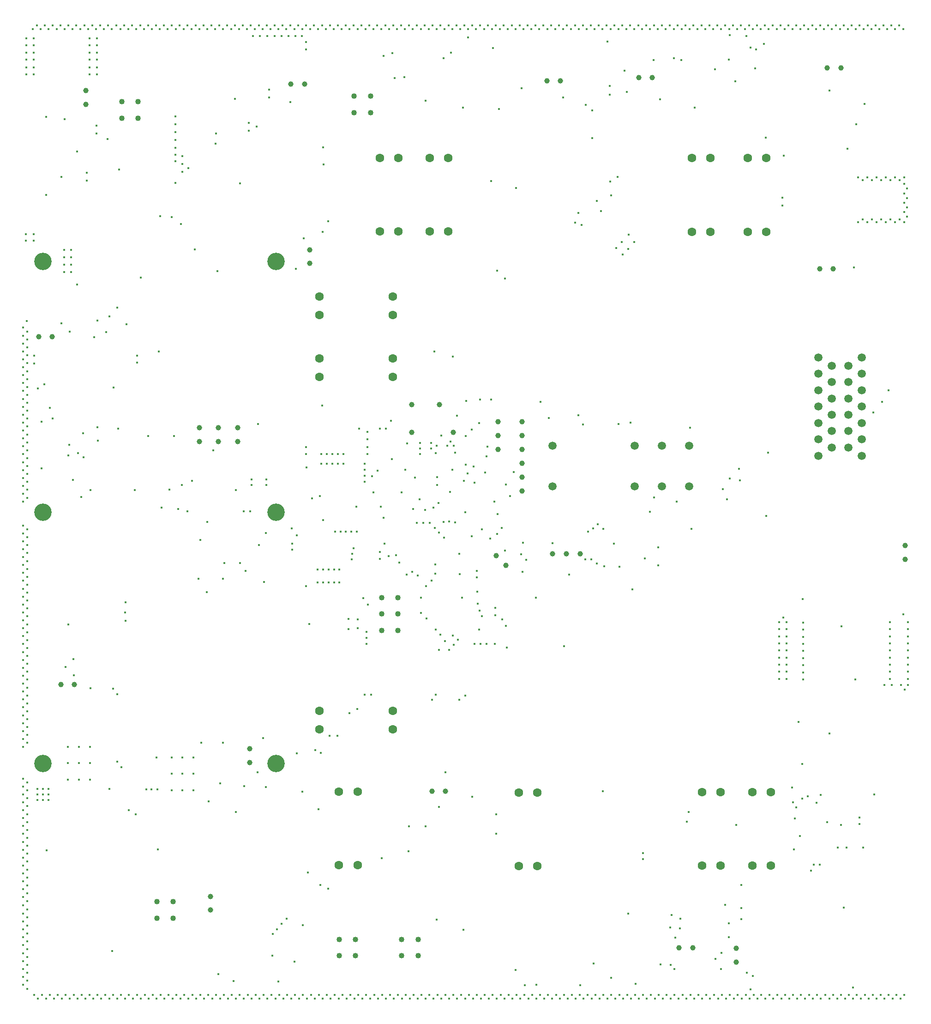
<source format=gbr>
%TF.GenerationSoftware,KiCad,Pcbnew,8.0.5*%
%TF.CreationDate,2025-01-18T20:32:55+01:00*%
%TF.ProjectId,FT25_PDU,46543235-5f50-4445-952e-6b696361645f,V1.2*%
%TF.SameCoordinates,Original*%
%TF.FileFunction,Plated,1,4,PTH,Drill*%
%TF.FilePolarity,Positive*%
%FSLAX46Y46*%
G04 Gerber Fmt 4.6, Leading zero omitted, Abs format (unit mm)*
G04 Created by KiCad (PCBNEW 8.0.5) date 2025-01-18 20:32:55*
%MOMM*%
%LPD*%
G01*
G04 APERTURE LIST*
%TA.AperFunction,ViaDrill*%
%ADD10C,0.400000*%
%TD*%
%TA.AperFunction,ComponentDrill*%
%ADD11C,1.000000*%
%TD*%
%TA.AperFunction,ComponentDrill*%
%ADD12C,1.020000*%
%TD*%
%TA.AperFunction,ComponentDrill*%
%ADD13C,1.500000*%
%TD*%
%TA.AperFunction,ComponentDrill*%
%ADD14C,1.600000*%
%TD*%
%TA.AperFunction,ComponentDrill*%
%ADD15C,3.200000*%
%TD*%
G04 APERTURE END LIST*
D10*
X112811252Y-110225000D03*
X112811252Y-111675000D03*
X112811252Y-113125000D03*
X112811252Y-114575000D03*
X112811252Y-116025001D03*
X112811252Y-118925000D03*
X112811252Y-120375000D03*
X112811252Y-121825000D03*
X112811252Y-123275000D03*
X112811252Y-127625000D03*
X112811252Y-129075000D03*
X112811252Y-130525000D03*
X112811252Y-131975000D03*
X112811252Y-136325000D03*
X112811252Y-137775000D03*
X112811252Y-139225000D03*
X112811252Y-140675000D03*
X112811252Y-146475000D03*
X112811252Y-147925000D03*
X112811252Y-149375000D03*
X112811252Y-153725000D03*
X112811252Y-155175000D03*
X112811252Y-156625000D03*
X112811252Y-158075000D03*
X112811252Y-162425000D03*
X112811252Y-163875000D03*
X112811252Y-165325000D03*
X112811252Y-166775000D03*
X112811252Y-171125000D03*
X112811252Y-172575000D03*
X112811252Y-174025000D03*
X112811252Y-175475000D03*
X112811252Y-179825000D03*
X112811252Y-181275000D03*
X112811252Y-182725000D03*
X112811252Y-184175000D03*
X112811252Y-192875000D03*
X112811252Y-197225000D03*
X112811252Y-198675000D03*
X112811252Y-200125000D03*
X112811252Y-201575000D03*
X112811252Y-205925000D03*
X112811252Y-207375000D03*
X112811252Y-208825000D03*
X112811252Y-210275000D03*
X112811252Y-214625000D03*
X112811252Y-216075000D03*
X112811252Y-220525000D03*
X112811252Y-221975000D03*
X112811252Y-223425000D03*
X112811252Y-224875000D03*
X112811252Y-229225000D03*
X112811252Y-230675000D03*
X112811253Y-117475000D03*
X112811253Y-124725000D03*
X112811253Y-126175000D03*
X112811253Y-133425000D03*
X112811253Y-134875000D03*
X112811253Y-142125000D03*
X112811253Y-150825000D03*
X112811253Y-152275000D03*
X112811253Y-159525000D03*
X112811253Y-160975000D03*
X112811253Y-168225000D03*
X112811253Y-169675000D03*
X112811253Y-176925000D03*
X112811253Y-178375000D03*
X112811253Y-185625000D03*
X112811253Y-187075000D03*
X112811253Y-194325000D03*
X112811253Y-195775000D03*
X112811253Y-203025000D03*
X112811253Y-204475000D03*
X112811253Y-211725000D03*
X112811253Y-213175000D03*
X112811253Y-217625000D03*
X112811253Y-219075000D03*
X112811253Y-226325000D03*
X112811253Y-227775000D03*
X113300000Y-93100000D03*
X113300000Y-94300000D03*
X113400000Y-57200000D03*
X113400000Y-58500000D03*
X113400000Y-59800000D03*
X113400000Y-61100000D03*
X113400000Y-62500000D03*
X113400000Y-63800000D03*
X113460000Y-109000000D03*
X113500000Y-110950000D03*
X113500000Y-112400000D03*
X113500000Y-113850000D03*
X113500000Y-115300000D03*
X113500000Y-116750001D03*
X113500000Y-118199999D03*
X113500000Y-119650000D03*
X113500000Y-121100000D03*
X113500000Y-122550000D03*
X113500000Y-124000000D03*
X113500000Y-125450001D03*
X113500000Y-126899999D03*
X113500000Y-128350000D03*
X113500000Y-129800000D03*
X113500000Y-131250000D03*
X113500000Y-132700000D03*
X113500000Y-134150001D03*
X113500000Y-135599999D03*
X113500000Y-137050000D03*
X113500000Y-138500000D03*
X113500000Y-139950000D03*
X113500000Y-141400000D03*
X113500000Y-147200000D03*
X113500000Y-148650000D03*
X113500000Y-150100000D03*
X113500000Y-151550001D03*
X113500000Y-152999999D03*
X113500000Y-154450000D03*
X113500000Y-155900000D03*
X113500000Y-157350000D03*
X113500000Y-158800000D03*
X113500000Y-160250001D03*
X113500000Y-161700000D03*
X113500000Y-163150000D03*
X113500000Y-164600000D03*
X113500000Y-166050000D03*
X113500000Y-167500000D03*
X113500000Y-168950001D03*
X113500000Y-170400000D03*
X113500000Y-171850000D03*
X113500000Y-173300000D03*
X113500000Y-174750000D03*
X113500000Y-176200000D03*
X113500000Y-177650001D03*
X113500000Y-179100000D03*
X113500000Y-180550000D03*
X113500000Y-182000000D03*
X113500000Y-183450000D03*
X113500000Y-184900000D03*
X113500000Y-186350001D03*
X113500000Y-193600000D03*
X113500000Y-195050001D03*
X113500000Y-196500000D03*
X113500000Y-197950000D03*
X113500000Y-199400000D03*
X113500000Y-200850000D03*
X113500000Y-202300000D03*
X113500000Y-203750001D03*
X113500000Y-205200000D03*
X113500000Y-206600000D03*
X113500000Y-208100000D03*
X113500000Y-209550000D03*
X113500000Y-211000000D03*
X113500000Y-212449999D03*
X113500000Y-213900000D03*
X113500000Y-215350000D03*
X113500000Y-216900000D03*
X113500000Y-218350001D03*
X113500000Y-219800000D03*
X113500000Y-221250000D03*
X113500000Y-222700000D03*
X113500000Y-224150000D03*
X113500000Y-225600000D03*
X113500000Y-227050001D03*
X113500000Y-228500000D03*
X113500000Y-229950000D03*
X113500000Y-231400000D03*
X114575000Y-55488748D03*
X114700000Y-57200000D03*
X114700000Y-58500000D03*
X114700000Y-59800000D03*
X114700000Y-61100000D03*
X114700000Y-62500000D03*
X114700000Y-63800000D03*
X114700000Y-93100000D03*
X114700000Y-94300000D03*
X114800000Y-232500000D03*
X114850000Y-115365000D03*
X114850000Y-116835000D03*
X115300000Y-54800000D03*
X115410000Y-194800000D03*
X115410000Y-195800000D03*
X115410000Y-196800000D03*
X115500000Y-121400000D03*
X115525000Y-233188748D03*
X116025000Y-55488748D03*
X116150000Y-136040000D03*
X116170000Y-127460000D03*
X116250000Y-232500000D03*
X116410000Y-194800000D03*
X116410000Y-195800000D03*
X116410000Y-196800000D03*
X116700000Y-120600008D03*
X116750000Y-54800000D03*
X116975000Y-233188748D03*
X117000000Y-85900000D03*
X117010000Y-71560000D03*
X117100000Y-206000000D03*
X117410000Y-194800000D03*
X117410000Y-195800000D03*
X117410000Y-196800000D03*
X117475000Y-55488748D03*
X117700000Y-124900000D03*
X117700000Y-232500000D03*
X118200000Y-54800000D03*
X118200000Y-126900000D03*
X118425000Y-233188748D03*
X118925000Y-55488747D03*
X119150000Y-232500000D03*
X119650001Y-54800000D03*
X119800000Y-109400000D03*
X119820000Y-82610000D03*
X119875000Y-233188748D03*
X120300000Y-96000000D03*
X120300000Y-97300000D03*
X120300000Y-98700000D03*
X120300000Y-100000000D03*
X120375000Y-55488747D03*
X120380000Y-72000000D03*
X120600000Y-172400000D03*
X120600000Y-232500000D03*
X121020000Y-187060000D03*
X121020000Y-190060000D03*
X121020000Y-193060000D03*
X121096643Y-164655057D03*
X121100000Y-54800000D03*
X121109733Y-133655785D03*
X121220000Y-131730000D03*
X121310000Y-110970000D03*
X121325000Y-233188748D03*
X121600000Y-96000000D03*
X121600000Y-97300000D03*
X121600000Y-98700000D03*
X121600000Y-100000000D03*
X121825000Y-55488748D03*
X121900000Y-138100000D03*
X122026642Y-170965056D03*
X122050000Y-232500000D03*
X122099990Y-173950000D03*
X122550000Y-54800000D03*
X122670000Y-77940000D03*
X122690000Y-102300000D03*
X122775000Y-233188748D03*
X122850000Y-133182169D03*
X123020000Y-187060000D03*
X123020000Y-190060000D03*
X123020000Y-193060000D03*
X123275000Y-55488748D03*
X123475000Y-141300000D03*
X123500000Y-232500000D03*
X123770000Y-129560000D03*
X123900000Y-134000000D03*
X124000000Y-54800000D03*
X124225000Y-233188748D03*
X124500000Y-81800000D03*
X124500000Y-83300000D03*
X124725000Y-55488748D03*
X124950000Y-232500000D03*
X125000000Y-57200000D03*
X125000000Y-58500000D03*
X125000000Y-59800000D03*
X125000000Y-61100000D03*
X125000000Y-62500000D03*
X125000000Y-63800000D03*
X125020000Y-187060000D03*
X125020000Y-190060000D03*
X125020000Y-193060000D03*
X125096643Y-176305057D03*
X125100000Y-140000000D03*
X125450000Y-54800000D03*
X125675000Y-233188748D03*
X125840000Y-111940000D03*
X126175000Y-55488748D03*
X126210000Y-73180000D03*
X126210000Y-74640000D03*
X126300000Y-57200000D03*
X126300000Y-58500000D03*
X126300000Y-59800000D03*
X126300000Y-61100000D03*
X126300000Y-62500000D03*
X126300000Y-63800000D03*
X126400000Y-232500000D03*
X126410000Y-108900000D03*
X126410000Y-128460000D03*
X126500000Y-130900000D03*
X126900000Y-54800000D03*
X127125000Y-233188748D03*
X127625000Y-55488747D03*
X127850000Y-232500000D03*
X128000000Y-111000000D03*
X128310000Y-75640000D03*
X128350001Y-54800000D03*
X128575000Y-233188748D03*
X128580000Y-194790000D03*
X128640000Y-108180000D03*
X129075000Y-55488747D03*
X129100000Y-224500000D03*
X129286643Y-176385057D03*
X129300000Y-232500000D03*
X129400000Y-121200000D03*
X129900000Y-54800000D03*
X130010000Y-177380000D03*
X130025000Y-233188748D03*
X130035000Y-189770000D03*
X130070000Y-106520000D03*
X130209425Y-128709479D03*
X130400000Y-81200000D03*
X130625000Y-55488748D03*
X130750000Y-232500000D03*
X130830000Y-190830000D03*
X131350000Y-54800000D03*
X131475000Y-233188748D03*
X131520000Y-162470000D03*
X131540000Y-160600000D03*
X131540000Y-163930000D03*
X131700000Y-109600000D03*
X132075000Y-55488748D03*
X132190000Y-198700000D03*
X132200000Y-232500000D03*
X132800000Y-54800000D03*
X132925000Y-233188748D03*
X133298000Y-139970000D03*
X133430000Y-199400000D03*
X133525000Y-55488747D03*
X133650000Y-232500000D03*
X133700000Y-115375000D03*
X133700000Y-116600000D03*
X134250001Y-54800000D03*
X134375000Y-233188748D03*
X134400001Y-101079999D03*
X134975000Y-55488747D03*
X135100000Y-232500000D03*
X135350000Y-194860000D03*
X135680000Y-130070000D03*
X135700000Y-54800000D03*
X135825000Y-233188748D03*
X136350000Y-194860000D03*
X136425000Y-55488748D03*
X136550000Y-232500000D03*
X137150000Y-54800000D03*
X137210000Y-189045000D03*
X137275000Y-233188748D03*
X137410000Y-194860000D03*
X137460000Y-205870000D03*
X137690000Y-114580000D03*
X137875000Y-55488748D03*
X137910000Y-89820000D03*
X138000000Y-232500000D03*
X138200000Y-143200000D03*
X138600000Y-54800000D03*
X138725000Y-233188748D03*
X139300000Y-55500000D03*
X139450000Y-232500000D03*
X139600000Y-139900000D03*
X140000000Y-189000000D03*
X140000000Y-192000000D03*
X140000000Y-195000000D03*
X140050000Y-54800000D03*
X140060000Y-89970000D03*
X140175000Y-233188748D03*
X140470000Y-130070000D03*
X140700000Y-71500000D03*
X140700000Y-72950000D03*
X140700000Y-74400000D03*
X140700000Y-75850000D03*
X140700000Y-77300000D03*
X140700000Y-78500000D03*
X140700000Y-79750000D03*
X140700000Y-83700000D03*
X140800000Y-55500000D03*
X140900000Y-232500000D03*
X141200000Y-143500000D03*
X141500000Y-54800000D03*
X141625000Y-233188748D03*
X141750000Y-91230000D03*
X141900000Y-139100000D03*
X142000000Y-78750000D03*
X142000000Y-80200000D03*
X142000000Y-81650000D03*
X142000000Y-189000000D03*
X142000000Y-192000000D03*
X142000000Y-195000000D03*
X142225000Y-55488747D03*
X142350000Y-232500000D03*
X142900000Y-143900000D03*
X142950001Y-54800000D03*
X143050000Y-81000000D03*
X143075000Y-233188748D03*
X143675000Y-55488747D03*
X143800000Y-138300000D03*
X143825000Y-232511252D03*
X144000000Y-189000000D03*
X144000000Y-192000000D03*
X144000000Y-195000000D03*
X144300000Y-95900000D03*
X144400000Y-54800000D03*
X144550000Y-233200000D03*
X144930000Y-156225000D03*
X145125000Y-55488748D03*
X145248008Y-149151992D03*
X145275000Y-232511252D03*
X145438624Y-186269996D03*
X145850000Y-54800000D03*
X146000000Y-233200000D03*
X146500000Y-158700000D03*
X146575000Y-55488748D03*
X146600000Y-145800000D03*
X146725000Y-232511252D03*
X146800000Y-197100000D03*
X147300000Y-54800000D03*
X147450000Y-233200000D03*
X147700000Y-132700000D03*
X148025000Y-55488748D03*
X148060000Y-76510000D03*
X148175000Y-232511252D03*
X148200000Y-74600000D03*
X148400000Y-99900000D03*
X148600000Y-228700000D03*
X148750000Y-54800000D03*
X148900000Y-233200000D03*
X148960000Y-193750000D03*
X149400000Y-156225000D03*
X149450000Y-186282143D03*
X149475000Y-55488748D03*
X149625000Y-232511252D03*
X149700000Y-153400000D03*
X150200000Y-54800000D03*
X150350000Y-233200000D03*
X150925000Y-55488747D03*
X151075000Y-232511252D03*
X151402000Y-229980000D03*
X151600000Y-68300000D03*
X151650001Y-54800000D03*
X151800000Y-140000000D03*
X151800000Y-199000000D03*
X151800000Y-233200000D03*
X152375000Y-55488747D03*
X152525000Y-232511252D03*
X152590000Y-83790000D03*
X152590000Y-153380000D03*
X153100000Y-54800000D03*
X153250000Y-233200000D03*
X153255000Y-143865000D03*
X153301992Y-194298008D03*
X153590000Y-154850000D03*
X153825000Y-55488748D03*
X153975000Y-232511252D03*
X154200000Y-72700000D03*
X154200000Y-74100000D03*
X154425000Y-143860000D03*
X154550000Y-54800000D03*
X154700000Y-138049997D03*
X154700000Y-139100000D03*
X154700000Y-233200000D03*
X154900000Y-56750000D03*
X155275000Y-55488748D03*
X155425000Y-232511252D03*
X155620000Y-73390000D03*
X155805000Y-191700000D03*
X155900000Y-127900000D03*
X156000000Y-54800000D03*
X156030000Y-150040000D03*
X156150000Y-233200000D03*
X156200000Y-56750000D03*
X156725000Y-55488748D03*
X156800000Y-185450000D03*
X156875000Y-232511252D03*
X157000000Y-156825000D03*
X157300000Y-147900000D03*
X157300000Y-194400000D03*
X157374997Y-138074989D03*
X157400000Y-139100000D03*
X157450000Y-54800000D03*
X157550000Y-56750000D03*
X157600000Y-233200000D03*
X157865000Y-68065000D03*
X157895000Y-66595000D03*
X158175000Y-55488748D03*
X158325000Y-232511252D03*
X158500000Y-225300000D03*
X158600000Y-221350000D03*
X158900000Y-54800000D03*
X158900000Y-56750000D03*
X159050000Y-233200000D03*
X159350000Y-220500000D03*
X159600000Y-230100000D03*
X159625000Y-55488747D03*
X159775000Y-232511252D03*
X160200000Y-56750000D03*
X160220000Y-219510000D03*
X160349999Y-54800000D03*
X160500000Y-233200000D03*
X161075000Y-55488747D03*
X161120000Y-218550000D03*
X161225000Y-232511252D03*
X161500000Y-56750000D03*
X161800000Y-54800000D03*
X161800000Y-68900000D03*
X161950000Y-233200000D03*
X162039380Y-146994046D03*
X162100000Y-149849997D03*
X162100000Y-150900000D03*
X162525000Y-55488748D03*
X162600000Y-226400000D03*
X162675000Y-232511252D03*
X162700000Y-56750000D03*
X162830000Y-99440000D03*
X162950000Y-188250000D03*
X162999999Y-148299999D03*
X163250000Y-54800000D03*
X163400000Y-233200000D03*
X163950000Y-56750000D03*
X163975000Y-55488748D03*
X164010000Y-195260000D03*
X164060000Y-219720000D03*
X164125000Y-232511252D03*
X164250000Y-93870000D03*
X164640000Y-133350000D03*
X164650000Y-57900000D03*
X164650000Y-59200000D03*
X164660000Y-132100000D03*
X164699992Y-157600000D03*
X164700000Y-54800000D03*
X164730000Y-135850000D03*
X164850000Y-233200000D03*
X165025000Y-210100000D03*
X165250000Y-164525000D03*
X165425000Y-55488748D03*
X165575000Y-232511252D03*
X165800000Y-141500000D03*
X166150000Y-54800000D03*
X166300000Y-233200000D03*
X166400000Y-187700000D03*
X166800000Y-154600000D03*
X166800000Y-156900000D03*
X166875000Y-55488748D03*
X166975000Y-198520000D03*
X167025000Y-232511252D03*
X167200000Y-141100000D03*
X167300000Y-212400000D03*
X167400000Y-188200000D03*
X167500000Y-133400000D03*
X167500000Y-135200000D03*
X167600000Y-54800000D03*
X167600000Y-124500000D03*
X167700000Y-92700000D03*
X167750000Y-233200000D03*
X167800000Y-77200000D03*
X167800000Y-145500000D03*
X167800000Y-154600000D03*
X167800000Y-156900000D03*
X167870000Y-80280000D03*
X168325000Y-55488747D03*
X168475000Y-232511252D03*
X168500000Y-133400000D03*
X168500000Y-135200000D03*
X168746017Y-213092734D03*
X168750000Y-90690000D03*
X168800000Y-154600000D03*
X168800000Y-156900000D03*
X169000000Y-185000000D03*
X169049999Y-54800000D03*
X169200000Y-233200000D03*
X169500000Y-133400000D03*
X169500000Y-135200000D03*
X169775000Y-55488747D03*
X169800000Y-154600000D03*
X169800000Y-156900000D03*
X169925000Y-232511252D03*
X170000000Y-147600000D03*
X170399993Y-185000007D03*
X170500000Y-54800000D03*
X170500000Y-133400000D03*
X170500000Y-135200000D03*
X170650000Y-233200000D03*
X170800000Y-154600000D03*
X170800000Y-156900000D03*
X171000000Y-147600000D03*
X171225000Y-55488748D03*
X171375000Y-232511252D03*
X171500000Y-133400000D03*
X171500000Y-135200000D03*
X171950000Y-54800000D03*
X172000000Y-147600000D03*
X172100000Y-233200000D03*
X172500000Y-163600002D03*
X172500010Y-165500000D03*
X172600000Y-180900000D03*
X172675000Y-55488748D03*
X172825000Y-232511252D03*
X173000000Y-147600000D03*
X173100000Y-152700000D03*
X173178100Y-151701287D03*
X173400000Y-54800000D03*
X173400000Y-150675000D03*
X173550000Y-233200000D03*
X173900000Y-143025000D03*
X174000000Y-147600000D03*
X174098008Y-180098008D03*
X174125000Y-55488748D03*
X174200000Y-163700000D03*
X174200000Y-165300000D03*
X174275000Y-232511252D03*
X174400000Y-128700000D03*
X174850000Y-54800000D03*
X175000000Y-233200000D03*
X175200000Y-159800000D03*
X175399996Y-177500000D03*
X175400000Y-135200000D03*
X175400000Y-136300000D03*
X175400000Y-137400000D03*
X175400000Y-138500000D03*
X175575000Y-55488748D03*
X175725000Y-232511252D03*
X175800000Y-166000000D03*
X175800000Y-167100000D03*
X175800000Y-168200000D03*
X175900000Y-129300000D03*
X175900000Y-130700000D03*
X175900000Y-132100000D03*
X175900000Y-133400000D03*
X176000000Y-161000000D03*
X176300000Y-54800000D03*
X176450000Y-233200000D03*
X176600000Y-177500000D03*
X176810000Y-137470000D03*
X176999996Y-140400000D03*
X177025000Y-55488747D03*
X177175000Y-232511252D03*
X177749999Y-54800000D03*
X177810000Y-136460000D03*
X177900000Y-233200000D03*
X178200000Y-128700000D03*
X178200000Y-151300000D03*
X178251992Y-152651992D03*
X178400000Y-143025000D03*
X178475000Y-55488747D03*
X178600000Y-207500000D03*
X178625000Y-232511252D03*
X178900000Y-60400000D03*
X178939693Y-145064290D03*
X179087574Y-149787575D03*
X179200000Y-54800000D03*
X179300000Y-128700000D03*
X179350000Y-233200000D03*
X179800000Y-152100000D03*
X179925000Y-55488748D03*
X180075000Y-232511252D03*
X180280000Y-127280000D03*
X180400000Y-134300000D03*
X180473008Y-59923008D03*
X180650000Y-54800000D03*
X180800000Y-233200000D03*
X180950000Y-64500000D03*
X181168421Y-151900000D03*
X181375000Y-55488748D03*
X181525000Y-232511252D03*
X181800000Y-153300000D03*
X182100000Y-54800000D03*
X182200000Y-140400000D03*
X182250000Y-233200000D03*
X182700000Y-64300000D03*
X182825000Y-55488748D03*
X182908899Y-136275000D03*
X182975000Y-232511252D03*
X183096519Y-155468306D03*
X183211202Y-131475000D03*
X183500000Y-206170000D03*
X183520000Y-201650000D03*
X183550000Y-54800000D03*
X183700000Y-233200000D03*
X184185866Y-155015354D03*
X184275000Y-55488748D03*
X184300000Y-143500000D03*
X184425000Y-232511252D03*
X184700000Y-137700000D03*
X185000000Y-54800000D03*
X185000000Y-146000000D03*
X185150000Y-233200000D03*
X185171992Y-155668008D03*
X185500000Y-141700000D03*
X185600000Y-131400000D03*
X185600000Y-132400000D03*
X185600000Y-133400000D03*
X185725000Y-55488747D03*
X185800000Y-159700000D03*
X185800000Y-162500000D03*
X185875000Y-232511252D03*
X186200000Y-146000000D03*
X186449999Y-54800000D03*
X186500000Y-143600000D03*
X186600000Y-201600000D03*
X186600000Y-233200000D03*
X186625001Y-68655025D03*
X186700000Y-157600000D03*
X186800000Y-163500000D03*
X187175000Y-55488747D03*
X187325000Y-232511252D03*
X187400000Y-146000000D03*
X187600000Y-131400000D03*
X187600000Y-132400000D03*
X187739097Y-156575000D03*
X187800000Y-178400000D03*
X187900000Y-54800000D03*
X188050000Y-233200000D03*
X188070107Y-143211227D03*
X188200000Y-114600000D03*
X188300000Y-146900000D03*
X188399998Y-155300000D03*
X188400000Y-153650000D03*
X188499994Y-133200000D03*
X188500000Y-165600000D03*
X188500000Y-177500000D03*
X188600000Y-131900000D03*
X188600000Y-218700000D03*
X188625000Y-55488748D03*
X188710000Y-139040000D03*
X188725000Y-137630000D03*
X188775000Y-232511252D03*
X189000000Y-142375000D03*
X189060000Y-198100000D03*
X189100000Y-147800000D03*
X189100000Y-169300000D03*
X189300000Y-166500000D03*
X189350000Y-54800000D03*
X189500000Y-130000004D03*
X189500000Y-233200000D03*
X189900000Y-60800000D03*
X189911324Y-145800714D03*
X190000000Y-148700000D03*
X190075000Y-55488748D03*
X190200004Y-167650000D03*
X190225000Y-232511252D03*
X190250000Y-191750000D03*
X190600000Y-131900000D03*
X190800000Y-54800000D03*
X190900000Y-169300000D03*
X190950000Y-233200000D03*
X190961292Y-145792265D03*
X191099997Y-140299997D03*
X191200000Y-131100000D03*
X191260000Y-59820000D03*
X191500000Y-136300000D03*
X191525000Y-55488748D03*
X191600000Y-115500000D03*
X191600000Y-166700000D03*
X191675000Y-232511252D03*
X191800000Y-131900000D03*
X191800000Y-168400000D03*
X192007326Y-145883469D03*
X192025000Y-133155564D03*
X192250000Y-54800000D03*
X192400000Y-126400000D03*
X192400000Y-233200000D03*
X192500000Y-167400000D03*
X192800000Y-178475000D03*
X192817991Y-151682009D03*
X192829810Y-155370190D03*
X192975000Y-55488748D03*
X193125000Y-232511252D03*
X193300000Y-159700000D03*
X193500000Y-69900000D03*
X193560000Y-220630000D03*
X193600000Y-138300000D03*
X193700000Y-54800000D03*
X193850000Y-233200000D03*
X193900000Y-144100000D03*
X193900000Y-177700000D03*
X193990000Y-135364382D03*
X194000000Y-130100000D03*
X194062314Y-123660425D03*
X194349996Y-136949996D03*
X194400004Y-57000000D03*
X194425000Y-55488747D03*
X194575000Y-232511252D03*
X195100000Y-128900000D03*
X195112500Y-148487500D03*
X195149999Y-54800000D03*
X195170000Y-196200000D03*
X195300000Y-233200000D03*
X195400000Y-135700000D03*
X195600000Y-138600000D03*
X195600000Y-168200000D03*
X195875000Y-55488747D03*
X195967991Y-154832009D03*
X196000000Y-156000000D03*
X196025000Y-232511252D03*
X196079810Y-158620190D03*
X196133795Y-160866207D03*
X196400000Y-127700000D03*
X196450000Y-165550000D03*
X196500000Y-162121928D03*
X196600000Y-54800000D03*
X196600000Y-123425000D03*
X196650000Y-168210000D03*
X196750000Y-233200000D03*
X196899966Y-163092769D03*
X196900000Y-147200000D03*
X197325000Y-55488748D03*
X197475000Y-232511252D03*
X197500000Y-136800000D03*
X197760000Y-168210000D03*
X197780000Y-133810000D03*
X197930000Y-132070000D03*
X198050000Y-54800000D03*
X198200000Y-233200000D03*
X198500000Y-148900000D03*
X198600000Y-123425000D03*
X198670000Y-83370000D03*
X198775000Y-55488748D03*
X198925000Y-232511252D03*
X198981636Y-58948364D03*
X199250000Y-142110000D03*
X199325000Y-168210000D03*
X199400000Y-161600000D03*
X199400000Y-162900000D03*
X199500000Y-54800000D03*
X199550000Y-202990000D03*
X199570000Y-199410000D03*
X199650000Y-233200000D03*
X199700000Y-148000000D03*
X199750000Y-99750000D03*
X199790000Y-144420000D03*
X200039140Y-70112341D03*
X200225000Y-55488748D03*
X200375000Y-232511252D03*
X200540000Y-146910000D03*
X200700008Y-163700000D03*
X200950000Y-54800000D03*
X201100000Y-233200000D03*
X201199997Y-101199997D03*
X201200000Y-151100000D03*
X201326447Y-164859505D03*
X201379994Y-139000000D03*
X201500000Y-168850000D03*
X201675000Y-55488748D03*
X201825000Y-232511252D03*
X202070000Y-141100000D03*
X202400000Y-54800000D03*
X202550000Y-233200000D03*
X202800000Y-136700000D03*
X203100000Y-228000000D03*
X203125000Y-55488747D03*
X203200000Y-84600000D03*
X203275000Y-232511252D03*
X203849999Y-54800000D03*
X204000000Y-233200000D03*
X204100000Y-151800000D03*
X204200000Y-66300000D03*
X204400000Y-155000000D03*
X204430000Y-149675000D03*
X204575000Y-55488747D03*
X204725000Y-232511252D03*
X204800000Y-230800000D03*
X205100000Y-152800000D03*
X205300000Y-54800000D03*
X205450000Y-233200000D03*
X206025000Y-55488748D03*
X206175000Y-232511252D03*
X206750000Y-54800000D03*
X206800000Y-159700000D03*
X206900000Y-233200000D03*
X206909008Y-230687008D03*
X207475000Y-55488748D03*
X207625000Y-232511252D03*
X207700000Y-123800000D03*
X208200000Y-54800000D03*
X208350000Y-233200000D03*
X208925000Y-55488748D03*
X209075000Y-232511252D03*
X209200000Y-126800000D03*
X209650000Y-54800000D03*
X209800000Y-233200000D03*
X209900000Y-149700000D03*
X210375000Y-55488748D03*
X210525000Y-232511252D03*
X211100001Y-54800000D03*
X211250000Y-233200000D03*
X211825000Y-55488747D03*
X211859140Y-68032341D03*
X211975000Y-232511252D03*
X212000000Y-168600000D03*
X212549999Y-54800000D03*
X212700000Y-233200000D03*
X212900000Y-155475000D03*
X213275000Y-55488747D03*
X213425000Y-232511252D03*
X214000000Y-54800000D03*
X214000000Y-91000000D03*
X214150000Y-233200000D03*
X214590000Y-126320000D03*
X214599998Y-89200002D03*
X214725000Y-55488748D03*
X214875000Y-232511252D03*
X215000000Y-230800000D03*
X215200000Y-91400000D03*
X215450000Y-54800000D03*
X215500000Y-128000000D03*
X215600000Y-233200000D03*
X215942925Y-152674563D03*
X216000000Y-69400000D03*
X216175000Y-55488748D03*
X216325000Y-232511252D03*
X216400000Y-147600000D03*
X216900000Y-54800000D03*
X216989289Y-152725000D03*
X217050000Y-233200000D03*
X217160000Y-70370000D03*
X217160000Y-75500000D03*
X217300000Y-147000000D03*
X217427008Y-226775000D03*
X217625000Y-55488748D03*
X217775000Y-232511252D03*
X218000000Y-87000000D03*
X218000000Y-153500000D03*
X218200000Y-146300000D03*
X218350000Y-54800000D03*
X218500000Y-233200000D03*
X218798012Y-88898004D03*
X219075000Y-55488748D03*
X219100000Y-195200000D03*
X219200000Y-147075000D03*
X219225000Y-232511252D03*
X219340589Y-153966688D03*
X219800001Y-54800000D03*
X219930909Y-57790001D03*
X219950000Y-233200000D03*
X220400000Y-65900000D03*
X220400000Y-67500000D03*
X220500000Y-83399996D03*
X220525000Y-55488747D03*
X220600000Y-86000000D03*
X220600000Y-229400000D03*
X220675000Y-232511252D03*
X221190000Y-149810000D03*
X221249999Y-54800000D03*
X221400000Y-233200000D03*
X221600000Y-95600000D03*
X221820000Y-82600000D03*
X221975000Y-55488747D03*
X222000000Y-127899960D03*
X222125000Y-232511252D03*
X222170599Y-154075000D03*
X222600000Y-94500000D03*
X222700000Y-54800000D03*
X222800000Y-96800000D03*
X222850000Y-233200000D03*
X223100000Y-63100000D03*
X223425000Y-55488748D03*
X223500000Y-67000000D03*
X223575000Y-232511252D03*
X223800000Y-95800000D03*
X223800000Y-217600000D03*
X223901000Y-93200000D03*
X224150000Y-54800000D03*
X224200000Y-127600000D03*
X224300000Y-233200000D03*
X224500000Y-158200000D03*
X224875000Y-55488748D03*
X224900000Y-94500000D03*
X225025000Y-232511252D03*
X225100008Y-230500000D03*
X225600000Y-54800000D03*
X225750000Y-233200000D03*
X226325000Y-55488748D03*
X226460000Y-206550000D03*
X226460000Y-207680000D03*
X226475000Y-232511252D03*
X226800000Y-152500000D03*
X227050000Y-54800000D03*
X227200000Y-233200000D03*
X227750000Y-144000000D03*
X227775000Y-55488748D03*
X227925000Y-232511252D03*
X228400000Y-61200000D03*
X228500001Y-54800000D03*
X228550378Y-141349621D03*
X228650000Y-233200000D03*
X229225000Y-55488747D03*
X229300000Y-150500000D03*
X229300000Y-153800000D03*
X229375000Y-232511252D03*
X229640000Y-68380000D03*
X229706522Y-226989502D03*
X229949999Y-54800000D03*
X230100000Y-233200000D03*
X230675000Y-55488747D03*
X230825000Y-232511252D03*
X231400000Y-54800000D03*
X231500000Y-220200000D03*
X231550000Y-227000000D03*
X231550000Y-233200000D03*
X231775000Y-217920000D03*
X232125000Y-55488748D03*
X232150001Y-60800000D03*
X232238147Y-227775000D03*
X232275000Y-232511252D03*
X232400000Y-222000000D03*
X232700000Y-142100000D03*
X232850000Y-54800000D03*
X233000000Y-233200000D03*
X233278008Y-220361992D03*
X233360000Y-218530000D03*
X233500000Y-61200000D03*
X233575000Y-55488748D03*
X233725000Y-232511252D03*
X234300000Y-54800000D03*
X234450000Y-233200000D03*
X234500000Y-200750000D03*
X234852089Y-199006073D03*
X235025000Y-55488748D03*
X235100000Y-128600000D03*
X235175000Y-232511252D03*
X235375000Y-147075000D03*
X235750000Y-54800000D03*
X235900000Y-233200000D03*
X235970000Y-69880000D03*
X236475000Y-55488748D03*
X236625000Y-232511252D03*
X237200001Y-54800000D03*
X237350000Y-233200000D03*
X237925000Y-55488747D03*
X238075000Y-232511252D03*
X238649999Y-54800000D03*
X238800000Y-233200000D03*
X239375000Y-55488747D03*
X239525000Y-232511252D03*
X239700000Y-62900000D03*
X239750000Y-225950000D03*
X240100000Y-54800000D03*
X240250000Y-233200000D03*
X240800000Y-227800000D03*
X240825000Y-55488748D03*
X240850000Y-224850000D03*
X240975000Y-232511252D03*
X241100000Y-139800000D03*
X241550000Y-54800000D03*
X241590000Y-216010000D03*
X241700000Y-233200000D03*
X241901041Y-141700000D03*
X242201992Y-61125000D03*
X242230000Y-221970000D03*
X242250000Y-219380000D03*
X242275000Y-55488748D03*
X242400001Y-56600000D03*
X242425000Y-137881802D03*
X242425000Y-232511252D03*
X243000000Y-54800000D03*
X243150000Y-233200000D03*
X243400000Y-65100000D03*
X243620000Y-201400000D03*
X243725000Y-55488748D03*
X243875000Y-232511252D03*
X244100000Y-136100000D03*
X244266563Y-138250000D03*
X244450000Y-54800000D03*
X244480000Y-218640000D03*
X244490000Y-216660000D03*
X244500000Y-212400000D03*
X244600000Y-233200000D03*
X245175000Y-55488748D03*
X245325000Y-232511252D03*
X245425000Y-56774999D03*
X245500000Y-228500000D03*
X245925000Y-54811252D03*
X246050000Y-233200000D03*
X246200000Y-58900000D03*
X246200000Y-231500000D03*
X246600000Y-229100000D03*
X246650000Y-55500000D03*
X246775000Y-232511252D03*
X247030000Y-62725000D03*
X247207740Y-59194900D03*
X247375000Y-54811251D03*
X247500000Y-233200000D03*
X248100000Y-55500000D03*
X248182028Y-232500000D03*
X248700000Y-58200000D03*
X248825000Y-54811251D03*
X248950000Y-233200000D03*
X249000000Y-75400000D03*
X249100000Y-144700000D03*
X249400000Y-133100000D03*
X249550000Y-55500000D03*
X249700000Y-232500000D03*
X250275000Y-54811252D03*
X250400000Y-233200000D03*
X251000000Y-55500000D03*
X251125000Y-232511252D03*
X251500000Y-164200000D03*
X251500000Y-165500000D03*
X251500000Y-166800000D03*
X251500000Y-168100000D03*
X251500000Y-169400000D03*
X251500000Y-170700000D03*
X251500000Y-172000000D03*
X251500000Y-173300000D03*
X251500000Y-174600000D03*
X251725000Y-54811252D03*
X251850000Y-233200000D03*
X252050000Y-86400000D03*
X252050000Y-87800000D03*
X252200000Y-163399996D03*
X252300000Y-78700000D03*
X252450000Y-55500000D03*
X252575000Y-232511252D03*
X252800000Y-164200000D03*
X252800000Y-165500000D03*
X252800000Y-166800000D03*
X252800000Y-168100000D03*
X252800000Y-169400000D03*
X252800000Y-170700000D03*
X252800000Y-172000000D03*
X252800000Y-173300000D03*
X252800000Y-174600000D03*
X253175000Y-54811252D03*
X253300000Y-233200000D03*
X253840000Y-194520000D03*
X253900000Y-55500000D03*
X253979994Y-197260000D03*
X254025000Y-232511252D03*
X254200000Y-205900000D03*
X254325000Y-200207326D03*
X254600000Y-198200000D03*
X254625000Y-54811252D03*
X254750000Y-233200000D03*
X255050000Y-182480000D03*
X255264720Y-203443899D03*
X255350000Y-55500000D03*
X255475000Y-232511252D03*
X255670000Y-190200000D03*
X255680000Y-196580000D03*
X255800014Y-160000000D03*
X255900000Y-164300000D03*
X255900000Y-165600000D03*
X255900000Y-166900000D03*
X255900000Y-168200000D03*
X255900000Y-169500000D03*
X255900000Y-170800000D03*
X255900000Y-172100000D03*
X255900000Y-173400000D03*
X255900000Y-174700000D03*
X256075000Y-54811251D03*
X256200000Y-233200000D03*
X256690000Y-196100000D03*
X256800000Y-55500000D03*
X256925000Y-232511252D03*
X257310000Y-209720000D03*
X257525000Y-54811251D03*
X257650000Y-233200000D03*
X257800000Y-208700000D03*
X258250000Y-55500000D03*
X258320002Y-197355000D03*
X258375000Y-232511252D03*
X258900000Y-208700000D03*
X258975000Y-54811252D03*
X259100000Y-233200000D03*
X259120002Y-195860000D03*
X259700000Y-55500000D03*
X259925000Y-232511252D03*
X260240000Y-200890000D03*
X260425000Y-54811252D03*
X260650000Y-233200000D03*
X260670000Y-184630000D03*
X260700000Y-66800000D03*
X261150000Y-55500000D03*
X261375000Y-232511252D03*
X261875000Y-54811252D03*
X262100000Y-233200000D03*
X262240000Y-205570000D03*
X262600000Y-55500000D03*
X262820000Y-201410000D03*
X262825000Y-232511252D03*
X262900000Y-165000000D03*
X263300000Y-216500000D03*
X263325000Y-54811252D03*
X263550000Y-233200000D03*
X263800000Y-205500000D03*
X264000000Y-77400000D03*
X264050000Y-55500000D03*
X264275000Y-232511252D03*
X264775000Y-54811251D03*
X265000000Y-231200000D03*
X265000000Y-233200000D03*
X265200000Y-99200000D03*
X265400000Y-174700000D03*
X265500000Y-55500000D03*
X265600000Y-72900000D03*
X265725000Y-232511252D03*
X265899999Y-90900000D03*
X265900000Y-82700000D03*
X266180000Y-200010000D03*
X266200000Y-201200000D03*
X266225000Y-54811251D03*
X266450000Y-233200000D03*
X266750000Y-83226782D03*
X266750000Y-90373218D03*
X266900000Y-205500000D03*
X266950000Y-55500000D03*
X267082501Y-69210000D03*
X267175000Y-232511252D03*
X267600000Y-82700000D03*
X267600000Y-90900000D03*
X267675000Y-54811252D03*
X267900000Y-233200000D03*
X268400000Y-55500000D03*
X268450000Y-83226782D03*
X268450000Y-90373218D03*
X268625000Y-232511252D03*
X268700000Y-125800000D03*
X268900000Y-195800000D03*
X269125000Y-54811252D03*
X269299999Y-90900000D03*
X269300000Y-82700000D03*
X269350000Y-233200000D03*
X269850000Y-55500000D03*
X270075000Y-232511252D03*
X270150000Y-83226782D03*
X270150000Y-90373218D03*
X270299996Y-123800000D03*
X270575000Y-54811252D03*
X270800000Y-175700000D03*
X270800000Y-233200000D03*
X271000000Y-82700000D03*
X271000000Y-90900000D03*
X271300000Y-55500000D03*
X271500000Y-121699968D03*
X271525000Y-232511252D03*
X271800000Y-164200000D03*
X271800000Y-165500000D03*
X271800000Y-166800000D03*
X271800000Y-168100000D03*
X271800000Y-169400000D03*
X271800000Y-170700000D03*
X271800000Y-172000000D03*
X271800000Y-173300000D03*
X271800000Y-174600000D03*
X271850000Y-83226782D03*
X271850000Y-90373218D03*
X272025000Y-54811252D03*
X272100000Y-175700000D03*
X272250000Y-233200000D03*
X272699999Y-90900000D03*
X272700000Y-82700000D03*
X272750000Y-55500000D03*
X272975000Y-232511252D03*
X273475000Y-54811251D03*
X273550000Y-83226782D03*
X273550000Y-90373218D03*
X273700000Y-233200000D03*
X273800000Y-175699998D03*
X274200000Y-55500000D03*
X274200000Y-162800000D03*
X274400000Y-82700000D03*
X274400000Y-83899999D03*
X274400000Y-85600000D03*
X274400000Y-87299999D03*
X274400000Y-89000000D03*
X274400000Y-90900000D03*
X274425000Y-232511252D03*
X274500000Y-176600000D03*
X274926782Y-84750000D03*
X274926782Y-86450000D03*
X274926782Y-88150000D03*
X274926782Y-89850000D03*
X275100000Y-164200000D03*
X275100000Y-165500000D03*
X275100000Y-166800000D03*
X275100000Y-168100000D03*
X275100000Y-169400000D03*
X275100000Y-170700000D03*
X275100000Y-172000000D03*
X275100000Y-173300000D03*
X275100000Y-174600000D03*
X275100000Y-175700000D03*
D11*
%TO.C,TP7*%
X115640000Y-111860000D03*
X118140000Y-111860000D03*
%TO.C,TP8*%
X119700000Y-175640000D03*
X122200000Y-175640000D03*
%TO.C,TP19*%
X124290000Y-66770000D03*
X124290000Y-69270000D03*
%TO.C,TP16*%
X145120000Y-128600000D03*
X145120000Y-131100000D03*
%TO.C,TP13*%
X147190001Y-214490000D03*
X147190001Y-216990000D03*
%TO.C,TP15*%
X148620000Y-128600000D03*
X148620000Y-131100000D03*
%TO.C,TP17*%
X152120000Y-128600000D03*
X152120000Y-131100000D03*
%TO.C,TP6*%
X154370000Y-187430000D03*
X154370000Y-189930000D03*
%TO.C,TP18*%
X161920000Y-65550000D03*
X164420000Y-65550000D03*
%TO.C,TP2*%
X165320000Y-95960000D03*
X165320000Y-98460000D03*
%TO.C,K2*%
X184050000Y-124340000D03*
X184050000Y-129420000D03*
%TO.C,TP5*%
X187750000Y-195230000D03*
%TO.C,K2*%
X189130000Y-124340000D03*
%TO.C,TP5*%
X190250000Y-195230000D03*
%TO.C,K2*%
X191670000Y-129420000D03*
%TO.C,TP11*%
X199560553Y-152033274D03*
%TO.C,J2*%
X199865000Y-127465000D03*
X199865000Y-130005000D03*
X199865000Y-132545000D03*
%TO.C,TP11*%
X201328320Y-153801041D03*
%TO.C,J4*%
X204285000Y-127465000D03*
X204285000Y-130005000D03*
X204285000Y-132545000D03*
X204285000Y-135085000D03*
X204285000Y-137625000D03*
X204285000Y-140165000D03*
%TO.C,TP12*%
X208839141Y-64992342D03*
%TO.C,U11*%
X209860000Y-151720000D03*
%TO.C,TP12*%
X211339141Y-64992342D03*
%TO.C,U11*%
X212400000Y-151720000D03*
X214940000Y-151720000D03*
%TO.C,TP3*%
X225680001Y-64350000D03*
X228180001Y-64350000D03*
%TO.C,TP10*%
X233090000Y-223860000D03*
X235590000Y-223860000D03*
%TO.C,TP1*%
X243620000Y-224000000D03*
X243620000Y-226500000D03*
%TO.C,TP14*%
X258880000Y-99440000D03*
%TO.C,TP4*%
X260299999Y-62600000D03*
%TO.C,TP14*%
X261380000Y-99440000D03*
%TO.C,TP4*%
X262799999Y-62600000D03*
%TO.C,TP9*%
X274570000Y-150180000D03*
X274570000Y-152680000D03*
D12*
%TO.C,J9*%
X130879500Y-68825800D03*
X130879500Y-71825800D03*
X133879500Y-68825800D03*
X133879500Y-71825800D03*
%TO.C,J11*%
X137324000Y-215474200D03*
X137324000Y-218474200D03*
X140324000Y-215474200D03*
X140324000Y-218474200D03*
%TO.C,J1*%
X170750000Y-222364200D03*
X170750000Y-225364200D03*
%TO.C,J5*%
X173505000Y-67795000D03*
X173505000Y-70795000D03*
%TO.C,J1*%
X173750000Y-222364200D03*
X173750000Y-225364200D03*
%TO.C,J5*%
X176505000Y-67795000D03*
X176505000Y-70795000D03*
%TO.C,J7*%
X178535000Y-159725000D03*
X178535000Y-162725000D03*
X178535000Y-165725000D03*
X181535000Y-159725000D03*
X181535000Y-162725000D03*
X181535000Y-165725000D03*
%TO.C,J3*%
X182234201Y-222361500D03*
X182234201Y-225361500D03*
X185234201Y-222361500D03*
X185234201Y-225361500D03*
D13*
%TO.C,K1*%
X209929411Y-131855000D03*
X209929411Y-139355000D03*
X224929411Y-131855000D03*
X224929411Y-139355000D03*
X229929411Y-131855000D03*
X229929411Y-139355000D03*
X234929411Y-131855000D03*
X234929411Y-139355000D03*
%TO.C,J10*%
X258650000Y-115700000D03*
X258650000Y-118700000D03*
X258650000Y-121700000D03*
X258650000Y-124700000D03*
X258650000Y-127700000D03*
X258650000Y-130700000D03*
X258650000Y-133700000D03*
X261150000Y-117200000D03*
X261150000Y-120200000D03*
X261150000Y-123200000D03*
X261150000Y-126200000D03*
X261150000Y-129200000D03*
X261150000Y-132200000D03*
X264150000Y-117200000D03*
X264150000Y-120200000D03*
X264150000Y-123200000D03*
X264150000Y-126200000D03*
X264150000Y-129200000D03*
X264150000Y-132200000D03*
X266650000Y-115700000D03*
X266650000Y-118700000D03*
X266650000Y-121700000D03*
X266650000Y-124700000D03*
X266650000Y-127700000D03*
X266650000Y-130700000D03*
X266650000Y-133700000D03*
D14*
%TO.C,H12*%
X167110000Y-180485000D03*
X167110000Y-183885000D03*
%TO.C,H15*%
X167159999Y-115825000D03*
X167159999Y-119225000D03*
%TO.C,H11*%
X167160000Y-104545000D03*
X167160000Y-107945000D03*
%TO.C,H10*%
X170725000Y-195300000D03*
X170725000Y-208770000D03*
X174125000Y-195300000D03*
X174125000Y-208770000D03*
%TO.C,H6*%
X178185000Y-79150000D03*
X178185000Y-92620000D03*
%TO.C,H12*%
X180580000Y-180485000D03*
X180580000Y-183885000D03*
%TO.C,H15*%
X180629999Y-115825000D03*
X180629999Y-119225000D03*
%TO.C,H11*%
X180630000Y-104545000D03*
X180630000Y-107945000D03*
%TO.C,H6*%
X181585000Y-79150000D03*
X181585000Y-92620000D03*
%TO.C,H14*%
X187375001Y-79150000D03*
X187375001Y-92620000D03*
X190775001Y-79150000D03*
X190775001Y-92620000D03*
%TO.C,H9*%
X203725000Y-195450000D03*
X203725000Y-208920000D03*
X207125000Y-195450000D03*
X207125000Y-208920000D03*
%TO.C,H7*%
X235435000Y-79160000D03*
X235435000Y-92630000D03*
%TO.C,H13*%
X237325000Y-195350000D03*
X237325000Y-208820000D03*
%TO.C,H7*%
X238835000Y-79160000D03*
X238835000Y-92630000D03*
%TO.C,H13*%
X240725000Y-195350000D03*
X240725000Y-208820000D03*
%TO.C,H8*%
X245725000Y-79160000D03*
X245725000Y-92630000D03*
%TO.C,H5*%
X246515000Y-195350000D03*
X246515000Y-208820000D03*
%TO.C,H8*%
X249125000Y-79160000D03*
X249125000Y-92630000D03*
%TO.C,H5*%
X249915000Y-195350000D03*
X249915000Y-208820000D03*
D15*
%TO.C,REF\u002A\u002A*%
X116410000Y-98080000D03*
X116410000Y-144080000D03*
X116410000Y-190080000D03*
X159210000Y-98080000D03*
X159210000Y-144080000D03*
X159210000Y-190080000D03*
M02*

</source>
